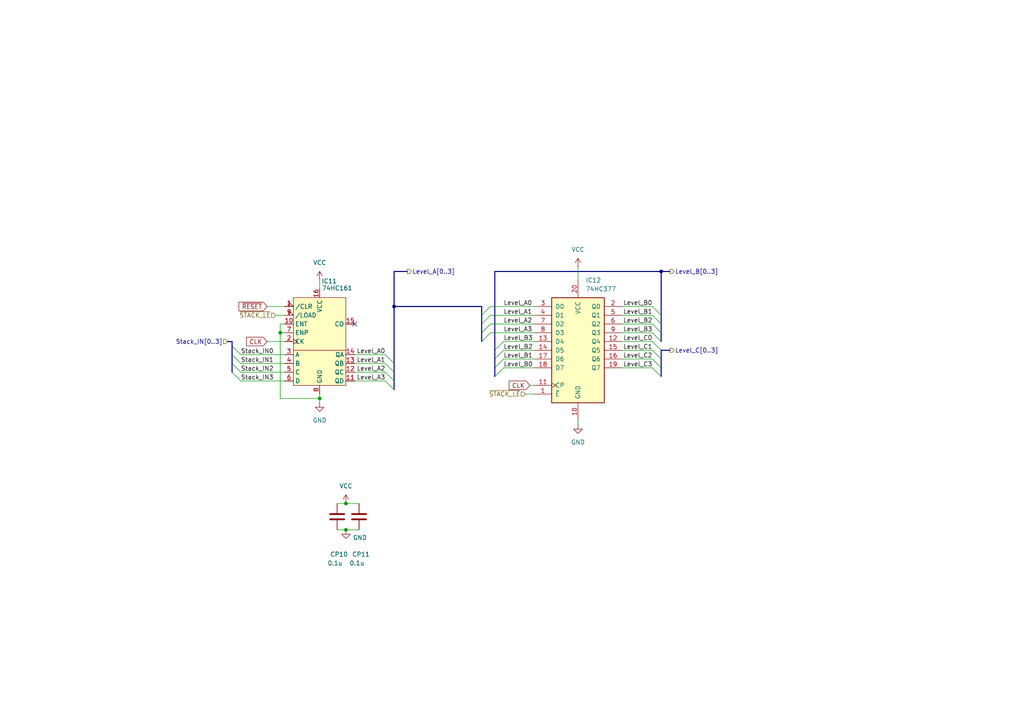
<source format=kicad_sch>
(kicad_sch (version 20231120) (generator "eeschema") (generator_version "8.0")
  (paper "A4")
  (title_block (title "CPU") (date "2025-02-09") (rev "1.0"))
  (lib_symbols
    (symbol "74xx_2:74HC161"
      (property "Reference" "IC" (at -8.89 12.7 0))
      (property "Value" "74HC161" (at 8.89 -13.97 0))
      (symbol "74HC161_0_1"
        (rectangle (start -7.62 12.7) (end 7.62 -12.7) (fill (type background)))
        (polyline (pts (xy -7.62 -2.54) (xy 7.62 -2.54)))
      )
      (symbol "74HC161_1_1"
        (pin input input_low (at -10.16 10.16 0) (length 2.54) (name "/CLR") (number "1"))
        (pin input line (at -10.16 5.08 0) (length 2.54) (name "ENT") (number "10"))
        (pin output line (at 10.16 -11.43 180) (length 2.54) (name "QD") (number "11"))
        (pin output line (at 10.16 -8.89 180) (length 2.54) (name "QC") (number "12"))
        (pin output line (at 10.16 -6.35 180) (length 2.54) (name "QB") (number "13"))
        (pin output line (at 10.16 -3.81 180) (length 2.54) (name "QA") (number "14"))
        (pin output line (at 10.16 5.08 180) (length 2.54) (name "CO") (number "15"))
        (pin power_in line (at 0 15.24 270) (length 2.54) (name "VCC") (number "16"))
        (pin input clock (at -10.16 0 0) (length 2.54) (name "CK") (number "2"))
        (pin input line (at -10.16 -3.81 0) (length 2.54) (name "A") (number "3"))
        (pin input line (at -10.16 -6.35 0) (length 2.54) (name "B") (number "4"))
        (pin input line (at -10.16 -8.89 0) (length 2.54) (name "C") (number "5"))
        (pin input line (at -10.16 -11.43 0) (length 2.54) (name "D") (number "6"))
        (pin input line (at -10.16 2.54 0) (length 2.54) (name "ENP") (number "7"))
        (pin power_in line (at 0 -15.24 90) (length 2.54) (name "GND") (number "8"))
        (pin input input_low (at -10.16 7.62 0) (length 2.54) (name "/LOAD") (number "9"))
      )
    )
    (symbol "74xx_2:74HC377" (pin_names (offset 1.016))
      (property "Reference" "IC" (at -7.62 16.51 0))
      (property "Value" "74HC377" (at -7.62 -16.51 0))
      (symbol "74HC377_1_0"
        (pin input line (at -12.7 -12.7 0) (length 5.08) (name "~{E}") (number "1"))
        (pin power_in line (at 0 -20.32 90) (length 5.08) (name "GND") (number "10"))
        (pin input clock (at -12.7 -10.16 0) (length 5.08) (name "CP") (number "11"))
        (pin output line (at 12.7 2.54 180) (length 5.08) (name "Q4") (number "12"))
        (pin input line (at -12.7 2.54 0) (length 5.08) (name "D4") (number "13"))
        (pin input line (at -12.7 0 0) (length 5.08) (name "D5") (number "14"))
        (pin output line (at 12.7 0 180) (length 5.08) (name "Q5") (number "15"))
        (pin output line (at 12.7 -2.54 180) (length 5.08) (name "Q6") (number "16"))
        (pin input line (at -12.7 -2.54 0) (length 5.08) (name "D6") (number "17"))
        (pin input line (at -12.7 -5.08 0) (length 5.08) (name "D7") (number "18"))
        (pin output line (at 12.7 -5.08 180) (length 5.08) (name "Q7") (number "19"))
        (pin output line (at 12.7 12.7 180) (length 5.08) (name "Q0") (number "2"))
        (pin power_in line (at 0 20.32 270) (length 5.08) (name "VCC") (number "20"))
        (pin input line (at -12.7 12.7 0) (length 5.08) (name "D0") (number "3"))
        (pin input line (at -12.7 10.16 0) (length 5.08) (name "D1") (number "4"))
        (pin output line (at 12.7 10.16 180) (length 5.08) (name "Q1") (number "5"))
        (pin output line (at 12.7 7.62 180) (length 5.08) (name "Q2") (number "6"))
        (pin input line (at -12.7 7.62 0) (length 5.08) (name "D2") (number "7"))
        (pin input line (at -12.7 5.08 0) (length 5.08) (name "D3") (number "8"))
        (pin output line (at 12.7 5.08 180) (length 5.08) (name "Q3") (number "9"))
      )
      (symbol "74HC377_1_1"
        (rectangle (start -7.62 15.24) (end 7.62 -15.24) (stroke (width 0.254)) (fill (type background)))
      )
    )
    (symbol "Device2:C_Bypass" (pin_numbers hide) (pin_names (offset 0.254))
      (property "Reference" "CP" (at 0.635 2.54 0))
      (property "Value" "C_Byp" (at 0.635 -2.54 0))
      (symbol "C_Bypass_0_1"
        (polyline (pts (xy -2.032 -0.762) (xy 2.032 -0.762)) (stroke (width 0.508)))
        (polyline (pts (xy -2.032 0.762) (xy 2.032 0.762)) (stroke (width 0.508)))
      )
      (symbol "C_Bypass_1_1"
        (pin passive line (at 0 3.81 270) (length 2.794) (name "~") (number "1"))
        (pin passive line (at 0 -3.81 90) (length 2.794) (name "~") (number "2"))
      )
    )
    (symbol "power:GND" (power) (pin_numbers hide) (pin_names (offset 0) hide)
      (property "Value" "GND" (at 0 -3.81 0))
      (symbol "GND_0_1"
        (polyline (pts (xy 0 0) (xy 0 -1.27) (xy 1.27 -1.27) (xy 0 -2.54) (xy -1.27 -1.27) (xy 0 -1.27)))
      )
      (symbol "GND_1_1"
        (pin power_in line (at 0 0 270) (length 0) (name "~") (number "1"))
      )
    )
    (symbol "power:VCC" (power) (pin_numbers hide) (pin_names (offset 0) hide)
      (property "Value" "VCC" (at 0 3.556 0))
      (symbol "VCC_0_1"
        (polyline (pts (xy -0.762 1.27) (xy 0 2.54)))
        (polyline (pts (xy 0 0) (xy 0 2.54)))
        (polyline (pts (xy 0 2.54) (xy 0.762 1.27)))
      )
      (symbol "VCC_1_1"
        (pin power_in line (at 0 0 90) (length 0) (name "~") (number "1"))
      )
    )
  )
  (junction (at 81.28 96.52))
  (junction (at 100.33 153.67))
  (junction (at 92.71 115.57))
  (junction (at 114.3 88.9))
  (junction (at 100.33 146.05))
  (junction (at 191.77 78.74))
  (no_connect (at 102.87 93.98))
  (bus_entry (at 146.05 99.06) (size -2.54 2.54))
  (bus_entry (at 111.76 102.87) (size 2.54 2.54))
  (bus_entry (at 189.23 88.9) (size 2.54 2.54))
  (bus_entry (at 142.24 91.44) (size -2.54 2.54))
  (bus_entry (at 189.23 93.98) (size 2.54 2.54))
  (bus_entry (at 111.76 105.41) (size 2.54 2.54))
  (bus_entry (at 67.31 107.95) (size 2.54 2.54))
  (bus_entry (at 111.76 110.49) (size 2.54 2.54))
  (bus_entry (at 189.23 91.44) (size 2.54 2.54))
  (bus_entry (at 189.23 101.6) (size 2.54 2.54))
  (bus_entry (at 146.05 104.14) (size -2.54 2.54))
  (bus_entry (at 189.23 104.14) (size 2.54 2.54))
  (bus_entry (at 189.23 96.52) (size 2.54 2.54))
  (bus_entry (at 189.23 106.68) (size 2.54 2.54))
  (bus_entry (at 146.05 106.68) (size -2.54 2.54))
  (bus_entry (at 67.31 105.41) (size 2.54 2.54))
  (bus_entry (at 142.24 96.52) (size -2.54 2.54))
  (bus_entry (at 142.24 88.9) (size -2.54 2.54))
  (bus_entry (at 111.76 107.95) (size 2.54 2.54))
  (bus_entry (at 142.24 93.98) (size -2.54 2.54))
  (bus_entry (at 67.31 102.87) (size 2.54 2.54))
  (bus_entry (at 146.05 101.6) (size -2.54 2.54))
  (bus_entry (at 67.31 100.33) (size 2.54 2.54))
  (bus_entry (at 189.23 99.06) (size 2.54 2.54))
  (wire (pts (xy 92.71 116.84) (xy 92.71 115.57)))
  (wire (pts (xy 142.24 91.44) (xy 154.94 91.44)))
  (wire (pts (xy 102.87 105.41) (xy 111.76 105.41)))
  (wire (pts (xy 102.87 110.49) (xy 111.76 110.49)))
  (bus (pts (xy 191.77 78.74) (xy 194.31 78.74)))
  (wire (pts (xy 69.85 105.41) (xy 82.55 105.41)))
  (wire (pts (xy 180.34 101.6) (xy 189.23 101.6)))
  (wire (pts (xy 153.67 111.76) (xy 154.94 111.76)))
  (bus (pts (xy 114.3 107.95) (xy 114.3 110.49)))
  (bus (pts (xy 191.77 93.98) (xy 191.77 96.52)))
  (wire (pts (xy 102.87 102.87) (xy 111.76 102.87)))
  (bus (pts (xy 191.77 104.14) (xy 191.77 106.68)))
  (bus (pts (xy 139.7 91.44) (xy 139.7 93.98)))
  (wire (pts (xy 81.28 93.98) (xy 82.55 93.98)))
  (wire (pts (xy 180.34 88.9) (xy 189.23 88.9)))
  (bus (pts (xy 114.3 105.41) (xy 114.3 107.95)))
  (wire (pts (xy 167.64 77.47) (xy 167.64 81.28)))
  (bus (pts (xy 67.31 100.33) (xy 67.31 102.87)))
  (wire (pts (xy 69.85 102.87) (xy 82.55 102.87)))
  (wire (pts (xy 142.24 93.98) (xy 154.94 93.98)))
  (wire (pts (xy 77.47 88.9) (xy 82.55 88.9)))
  (wire (pts (xy 142.24 96.52) (xy 154.94 96.52)))
  (wire (pts (xy 81.28 96.52) (xy 81.28 93.98)))
  (wire (pts (xy 180.34 99.06) (xy 189.23 99.06)))
  (wire (pts (xy 180.34 91.44) (xy 189.23 91.44)))
  (wire (pts (xy 146.05 99.06) (xy 154.94 99.06)))
  (bus (pts (xy 191.77 96.52) (xy 191.77 99.06)))
  (wire (pts (xy 142.24 88.9) (xy 154.94 88.9)))
  (bus (pts (xy 139.7 93.98) (xy 139.7 96.52)))
  (wire (pts (xy 81.28 96.52) (xy 82.55 96.52)))
  (bus (pts (xy 114.3 78.74) (xy 118.11 78.74)))
  (bus (pts (xy 143.51 109.22) (xy 143.51 106.68)))
  (bus (pts (xy 114.3 110.49) (xy 114.3 113.03)))
  (wire (pts (xy 69.85 107.95) (xy 82.55 107.95)))
  (wire (pts (xy 81.28 96.52) (xy 81.28 115.57)))
  (wire (pts (xy 100.33 153.67) (xy 104.14 153.67)))
  (bus (pts (xy 114.3 88.9) (xy 139.7 88.9)))
  (bus (pts (xy 191.77 91.44) (xy 191.77 93.98)))
  (wire (pts (xy 100.33 146.05) (xy 104.14 146.05)))
  (wire (pts (xy 80.01 91.44) (xy 82.55 91.44)))
  (wire (pts (xy 92.71 81.28) (xy 92.71 83.82)))
  (bus (pts (xy 67.31 105.41) (xy 67.31 107.95)))
  (bus (pts (xy 139.7 88.9) (xy 139.7 91.44)))
  (wire (pts (xy 152.4 114.3) (xy 154.94 114.3)))
  (wire (pts (xy 146.05 106.68) (xy 154.94 106.68)))
  (wire (pts (xy 92.71 114.3) (xy 92.71 115.57)))
  (bus (pts (xy 143.51 104.14) (xy 143.51 101.6)))
  (wire (pts (xy 77.47 99.06) (xy 82.55 99.06)))
  (bus (pts (xy 67.31 99.06) (xy 66.04 99.06)))
  (wire (pts (xy 97.79 146.05) (xy 100.33 146.05)))
  (wire (pts (xy 180.34 93.98) (xy 189.23 93.98)))
  (wire (pts (xy 102.87 107.95) (xy 111.76 107.95)))
  (bus (pts (xy 191.77 101.6) (xy 191.77 104.14)))
  (wire (pts (xy 81.28 115.57) (xy 92.71 115.57)))
  (wire (pts (xy 97.79 153.67) (xy 100.33 153.67)))
  (wire (pts (xy 69.85 110.49) (xy 82.55 110.49)))
  (wire (pts (xy 180.34 106.68) (xy 189.23 106.68)))
  (bus (pts (xy 114.3 88.9) (xy 114.3 105.41)))
  (wire (pts (xy 146.05 104.14) (xy 154.94 104.14)))
  (bus (pts (xy 143.51 78.74) (xy 191.77 78.74)))
  (wire (pts (xy 180.34 104.14) (xy 189.23 104.14)))
  (bus (pts (xy 114.3 78.74) (xy 114.3 88.9)))
  (bus (pts (xy 143.51 106.68) (xy 143.51 104.14)))
  (bus (pts (xy 143.51 101.6) (xy 143.51 78.74)))
  (bus (pts (xy 139.7 96.52) (xy 139.7 99.06)))
  (wire (pts (xy 180.34 96.52) (xy 189.23 96.52)))
  (bus (pts (xy 67.31 102.87) (xy 67.31 105.41)))
  (wire (pts (xy 146.05 101.6) (xy 154.94 101.6)))
  (bus (pts (xy 191.77 101.6) (xy 194.31 101.6)))
  (bus (pts (xy 67.31 100.33) (xy 67.31 99.06)))
  (bus (pts (xy 191.77 78.74) (xy 191.77 91.44)))
  (wire (pts (xy 167.64 121.92) (xy 167.64 123.19)))
  (bus (pts (xy 191.77 106.68) (xy 191.77 109.22)))
  (label "Level_B3" (at 189.23 96.52 180))
  (label "Stack_IN0" (at 69.85 102.87 0))
  (label "Level_B2" (at 146.05 101.6 0))
  (label "Level_A0" (at 146.05 88.9 0))
  (label "Level_A2" (at 111.76 107.95 180))
  (label "Level_A1" (at 146.05 91.44 0))
  (label "Level_B2" (at 189.23 93.98 180))
  (label "Stack_IN3" (at 69.85 110.49 0))
  (label "Level_C3" (at 189.23 106.68 180))
  (label "Level_A3" (at 146.05 96.52 0))
  (label "Level_A1" (at 111.76 105.41 180))
  (label "Level_C0" (at 189.23 99.06 180))
  (label "Level_B3" (at 146.05 99.06 0))
  (label "Level_B1" (at 189.23 91.44 180))
  (label "Level_B1" (at 146.05 104.14 0))
  (label "Level_A3" (at 111.76 110.49 180))
  (label "Level_B0" (at 189.23 88.9 180))
  (label "Level_C2" (at 189.23 104.14 180))
  (label "Level_A0" (at 111.76 102.87 180))
  (label "Level_B0" (at 146.05 106.68 0))
  (label "Stack_IN2" (at 69.85 107.95 0))
  (label "Stack_IN1" (at 69.85 105.41 0))
  (label "Level_C1" (at 189.23 101.6 180))
  (label "Level_A2" (at 146.05 93.98 0))
  (global_label "~{RESET}" (shape input) (at 77.47 88.9 180) (property "Intersheetrefs" "${INTERSHEET_REFS}" (effects (hide yes))))
  (global_label "CLK" (shape input) (at 153.67 111.76 180) (property "Intersheetrefs" "${INTERSHEET_REFS}" (effects (hide yes))))
  (global_label "CLK" (shape input) (at 77.47 99.06 180) (property "Intersheetrefs" "${INTERSHEET_REFS}" (effects (hide yes))))
  (hierarchical_label "Level_A[0..3]" (shape output) (at 118.11 78.74 0))
  (hierarchical_label "Level_C[0..3]" (shape output) (at 194.31 101.6 0))
  (hierarchical_label "Level_B[0..3]" (shape output) (at 194.31 78.74 0))
  (hierarchical_label "~{STACK_LE}" (shape input) (at 152.4 114.3 180))
  (hierarchical_label "~{STACK_LE}" (shape input) (at 80.01 91.44 180))
  (hierarchical_label "Stack_IN[0..3]" (shape input) (at 66.04 99.06 180))
  (symbol (lib_id "power:VCC") (at 167.64 77.47 0) (mirror y) (unit 1)
    (property "Reference" "#PWR040" (effects (hide yes)))
    (property "Value" "VCC" (at 167.64 72.39 0))
    (property "Description" "Power symbol creates a global label with name \"VCC\"" (effects (hide yes)))
  )
  (symbol (lib_id "74xx_2:74HC377") (at 167.64 101.6 0) (unit 1)
    (property "Reference" "IC12" (at 169.8341 81.28 0) (effects (justify left)))
    (property "Value" "74HC377" (at 169.8341 83.82 0) (effects (justify left)))
    (property "Footprint" "Package_DIP:DIP-20_W7.62mm_Socket" (effects (hide yes)))
    (property "Datasheet" "http://www.ti.com/lit/gpn/sn74LS377" (effects (hide yes)))
    (property "Description" "8-bit Register" (effects (hide yes)))
  )
  (symbol (lib_id "power:VCC") (at 100.33 146.05 0) (unit 1)
    (property "Reference" "#PWR038" (effects (hide yes)))
    (property "Value" "VCC" (at 100.33 140.97 0))
    (property "Description" "Power symbol creates a global label with name \"VCC\"" (effects (hide yes)))
  )
  (symbol (lib_id "power:GND") (at 100.33 153.67 0) (unit 1)
    (property "Reference" "#PWR039" (effects (hide yes)))
    (property "Value" "GND" (at 104.394 155.956 0))
    (property "Description" "Power symbol creates a global label with name \"GND\" , ground" (effects (hide yes)))
  )
  (symbol (lib_id "Device2:C_Bypass") (at 97.79 149.86 0) (unit 1)
    (property "Reference" "CP10" (at 95.758 160.782 0) (effects (justify left)))
    (property "Value" "0.1u" (at 94.996 163.322 0) (effects (justify left)))
    (property "Footprint" "Capacitor_THT:C_Disc_D3.0mm_W1.6mm_P2.50mm" (effects (hide yes)))
    (property "Description" "Bypass Capacitor" (effects (hide yes)))
  )
  (symbol (lib_id "Device2:C_Bypass") (at 104.14 149.86 0) (unit 1)
    (property "Reference" "CP11" (at 102.108 160.782 0) (effects (justify left)))
    (property "Value" "0.1u" (at 101.346 163.322 0) (effects (justify left)))
    (property "Footprint" "Capacitor_THT:C_Disc_D3.0mm_W1.6mm_P2.50mm" (effects (hide yes)))
    (property "Description" "Bypass Capacitor" (effects (hide yes)))
  )
  (symbol (lib_id "power:GND") (at 167.64 123.19 0) (unit 1)
    (property "Reference" "#PWR041" (effects (hide yes)))
    (property "Value" "GND" (at 167.64 128.27 0))
    (property "Description" "Power symbol creates a global label with name \"GND\" , ground" (effects (hide yes)))
  )
  (symbol (lib_id "74xx_2:74HC161") (at 92.71 99.06 0) (unit 1)
    (property "Reference" "IC11" (at 95.504 81.534 0))
    (property "Value" "74HC161" (at 97.79 83.566 0))
    (property "Footprint" "Package_DIP:DIP-16_W7.62mm_Socket" (effects (hide yes)))
    (property "Datasheet" "https://toshiba.semicon-storage.com/info/TC74HC161AF_datasheet_ja_20140301.pdf?did=10806&prodName=TC74HC161AF" (effects (hide yes)))
    (property "Description" "CMOS 4bit presettable synchronous counter with asynchronous reset" (effects (hide yes)))
    (property "Sim.Library" "74hc.lib" (effects (hide yes)))
    (property "Sim.Name" "74HC161" (effects (hide yes)))
    (property "Sim.Device" "SUBCKT" (effects (hide yes)))
    (property "Sim.Pins" "1=MR 2=CP 3=D0 4=D1 5=D2 6=D3 7=CEP 8=VGND 9=PE 10=CET 11=Q3 12=Q2 13=Q1 14=Q0 15=TC 16=VCC" (effects (hide yes)))
  )
  (symbol (lib_id "power:VCC") (at 92.71 81.28 0) (mirror y) (unit 1)
    (property "Reference" "#PWR036" (effects (hide yes)))
    (property "Value" "VCC" (at 92.71 76.2 0))
    (property "Description" "Power symbol creates a global label with name \"VCC\"" (effects (hide yes)))
  )
  (symbol (lib_id "power:GND") (at 92.71 116.84 0) (unit 1)
    (property "Reference" "#PWR037" (effects (hide yes)))
    (property "Value" "GND" (at 92.71 121.92 0))
    (property "Description" "Power symbol creates a global label with name \"GND\" , ground" (effects (hide yes)))
  )
)
</source>
